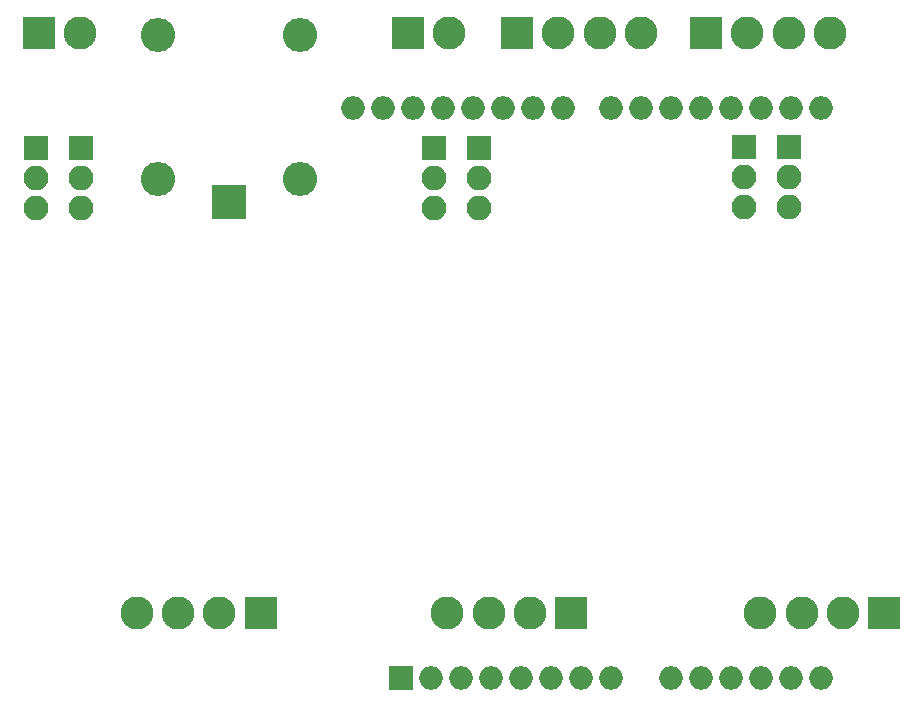
<source format=gbr>
G04 #@! TF.GenerationSoftware,KiCad,Pcbnew,(5.0.0)*
G04 #@! TF.CreationDate,2019-05-18T10:04:22+12:00*
G04 #@! TF.ProjectId,CNC Shield,434E4320536869656C642E6B69636164,rev?*
G04 #@! TF.SameCoordinates,Original*
G04 #@! TF.FileFunction,Soldermask,Bot*
G04 #@! TF.FilePolarity,Negative*
%FSLAX46Y46*%
G04 Gerber Fmt 4.6, Leading zero omitted, Abs format (unit mm)*
G04 Created by KiCad (PCBNEW (5.0.0)) date 05/18/19 10:04:22*
%MOMM*%
%LPD*%
G01*
G04 APERTURE LIST*
%ADD10O,2.000000X2.000000*%
%ADD11R,2.000000X2.000000*%
%ADD12R,2.800000X2.800000*%
%ADD13C,2.800000*%
%ADD14R,2.100000X2.100000*%
%ADD15O,2.100000X2.100000*%
%ADD16R,2.900000X2.900000*%
%ADD17O,2.900000X2.900000*%
G04 APERTURE END LIST*
D10*
G04 #@! TO.C,A1*
X124680000Y-61340000D03*
X122140000Y-61340000D03*
D11*
X126200000Y-109600000D03*
D10*
X156680000Y-61340000D03*
X128740000Y-109600000D03*
X154140000Y-61340000D03*
X131280000Y-109600000D03*
X151600000Y-61340000D03*
X133820000Y-109600000D03*
X149060000Y-61340000D03*
X136360000Y-109600000D03*
X146520000Y-61340000D03*
X138900000Y-109600000D03*
X143980000Y-61340000D03*
X141440000Y-109600000D03*
X139920000Y-61340000D03*
X143980000Y-109600000D03*
X137380000Y-61340000D03*
X149060000Y-109600000D03*
X134840000Y-61340000D03*
X151600000Y-109600000D03*
X132300000Y-61340000D03*
X154140000Y-109600000D03*
X129760000Y-61340000D03*
X156680000Y-109600000D03*
X127220000Y-61340000D03*
X159220000Y-109600000D03*
X161760000Y-109600000D03*
X161760000Y-61340000D03*
X159220000Y-61340000D03*
G04 #@! TD*
D12*
G04 #@! TO.C,J2*
X114300000Y-104050000D03*
D13*
X110800000Y-104050000D03*
X107300000Y-104050000D03*
X103800000Y-104050000D03*
G04 #@! TD*
D14*
G04 #@! TO.C,eJ7*
X95300000Y-64700000D03*
D15*
X95300000Y-67240000D03*
X95300000Y-69780000D03*
G04 #@! TD*
D14*
G04 #@! TO.C,J8*
X99100000Y-64700000D03*
D15*
X99100000Y-67240000D03*
X99100000Y-69780000D03*
G04 #@! TD*
D13*
G04 #@! TO.C,J16*
X156600000Y-104050000D03*
X160100000Y-104050000D03*
X163600000Y-104050000D03*
D12*
X167100000Y-104050000D03*
G04 #@! TD*
D15*
G04 #@! TO.C,J21*
X155200000Y-69680000D03*
X155200000Y-67140000D03*
D14*
X155200000Y-64600000D03*
G04 #@! TD*
D15*
G04 #@! TO.C,J22*
X159000000Y-69680000D03*
X159000000Y-67140000D03*
D14*
X159000000Y-64600000D03*
G04 #@! TD*
D12*
G04 #@! TO.C,J30*
X140600000Y-104050000D03*
D13*
X137100000Y-104050000D03*
X133600000Y-104050000D03*
X130100000Y-104050000D03*
G04 #@! TD*
D14*
G04 #@! TO.C,J35*
X129000000Y-64700000D03*
D15*
X129000000Y-67240000D03*
X129000000Y-69780000D03*
G04 #@! TD*
D14*
G04 #@! TO.C,J36*
X132800000Y-64700000D03*
D15*
X132800000Y-67240000D03*
X132800000Y-69780000D03*
G04 #@! TD*
D13*
G04 #@! TO.C,J43*
X130250000Y-55000000D03*
D12*
X126750000Y-55000000D03*
G04 #@! TD*
G04 #@! TO.C,J44*
X136000000Y-55000000D03*
D13*
X139500000Y-55000000D03*
X143000000Y-55000000D03*
X146500000Y-55000000D03*
G04 #@! TD*
G04 #@! TO.C,J45*
X162500000Y-55000000D03*
X159000000Y-55000000D03*
X155500000Y-55000000D03*
D12*
X152000000Y-55000000D03*
G04 #@! TD*
G04 #@! TO.C,J46*
X95500000Y-55000000D03*
D13*
X99000000Y-55000000D03*
G04 #@! TD*
D16*
G04 #@! TO.C,K1*
X111600000Y-69300000D03*
D17*
X117600000Y-67300000D03*
X117600000Y-55100000D03*
X105600000Y-55100000D03*
X105600000Y-67300000D03*
G04 #@! TD*
M02*

</source>
